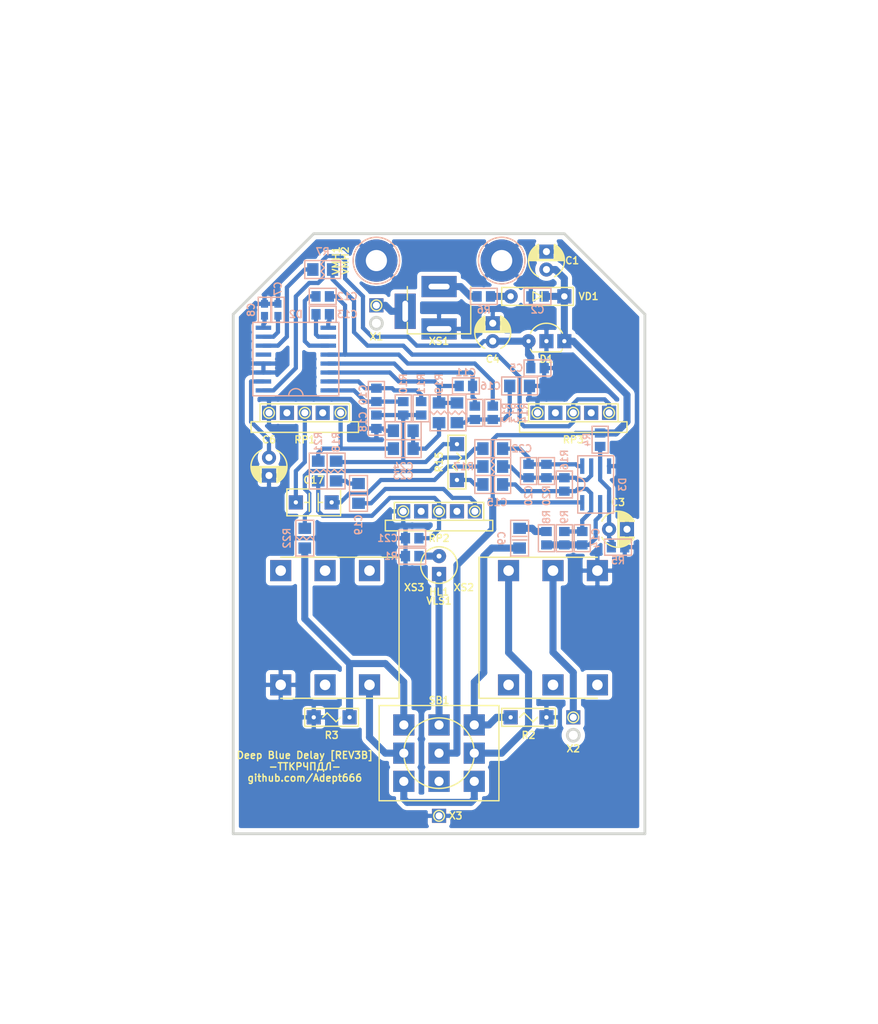
<source format=kicad_pcb>
(kicad_pcb (version 20171130) (host pcbnew 5.1.6-c6e7f7d~87~ubuntu19.10.1)
  (title_block (title "Deep Blue Delay") (date 2022-03-29) (rev 3B) (company "Igor Ivanov") (comment 1 https://github.com/Adept666) (comment 2 "This project is licensed under GNU General Public License v3.0 or later"))
  (layers (0 F.Cu jumper) (31 B.Cu signal) (36 B.SilkS user) (37 F.SilkS user) (38 B.Mask user) (44 Edge.Cuts user))
  (net 0 "")
  (net 1 COM)
  (net 2 "Net-(HL1-PadC)")
  (net 3 /LED)
  (net 4 "Net-(SB1-PadNC1)")
  (net 5 "Net-(SB1-PadNC2)")
  (net 6 "Net-(XS2-PadSN)")
  (net 7 "Net-(XS2-PadTN)")
  (net 8 /IN-SCH)
  (net 9 /IN-CON)
  (net 10 /OUT-SCH)
  (net 11 /OUT-CON)
  (net 12 /PP3-POS)
  (net 13 /PP3-NEG)
  (net 14 "Net-(XS2-PadRN)")
  (net 15 "Net-(XS3-PadTN)")
  (net 16 "Net-(XS3-PadRN)")
  (net 17 "Net-(XS3-PadSN)")
  (net 18 "Net-(XS3-PadR)")
  (net 19 V)
  (net 20 VA)
  (net 21 "Net-(C7-Pad2)")
  (net 22 "Net-(C13-Pad1)")
  (net 23 "Net-(C9-Pad2)")
  (net 24 "Net-(C10-Pad1)")
  (net 25 "Net-(C10-Pad2)")
  (net 26 "Net-(C11-Pad1)")
  (net 27 "Net-(C11-Pad2)")
  (net 28 "Net-(C12-Pad1)")
  (net 29 "Net-(C12-Pad2)")
  (net 30 "Net-(C13-Pad2)")
  (net 31 "Net-(C14-Pad1)")
  (net 32 "Net-(C16-Pad1)")
  (net 33 "Net-(C17-Pad1)")
  (net 34 "Net-(C19-Pad1)")
  (net 35 "Net-(C19-Pad2)")
  (net 36 "Net-(C20-Pad1)")
  (net 37 "Net-(C22-Pad2)")
  (net 38 "Net-(D2-Pad6)")
  (net 39 "Net-(D2-Pad5)")
  (net 40 VB)
  (net 41 "Net-(C6-Pad+)")
  (net 42 "Net-(C8-Pad2)")
  (net 43 "Net-(C14-Pad2)")
  (net 44 "Net-(C15-Pad2)")
  (net 45 "Net-(C18-Pad1)")
  (net 46 "Net-(C20-Pad2)")
  (net 47 "Net-(C21-Pad1)")
  (net 48 "Net-(R6-Pad2)")
  (net 49 "Net-(R6-Pad1)")
  (net 50 "Net-(R7-Pad1)")
  (net 51 "Net-(C17-Pad2)")
  (net 52 "Net-(C23-Pad2)")
  (net 53 "Net-(C23-Pad1)")
  (module SBKCL-TH-SL:RPB-20-1x17-1.5-PNL-7.4-2.8 (layer F.Cu) (at 124.46 108.15)
    (fp_text reference RP3 (at 0 15.04) (layer F.SilkS) (effects (font (thickness 0.2))))
    (fp_text value B50K)
    (pad 3 thru_hole rect (at 5.08 11.23) (size 2 2) (drill 1) (layers B.Cu B.Mask) (net 50 "Net-(R7-Pad1)"))
    (pad NC2 thru_hole rect (at 2.54 11.23) (size 2 2) (drill 1) (layers B.Cu B.Mask))
    (pad 2 thru_hole rect (at 0 11.23) (size 2 2) (drill 1) (layers B.Cu B.Mask) (net 50 "Net-(R7-Pad1)"))
    (pad NC1 thru_hole rect (at -2.54 11.23) (size 2 2) (drill 1) (layers B.Cu B.Mask))
    (pad 1 thru_hole rect (at -5.08 11.23) (size 2 2) (drill 1) (layers B.Cu B.Mask) (net 1 COM))
  )
  (module SBKCL-TH-SL:RPB-20-1x17-1.5-PNL-7.4-2.8 (layer F.Cu) (at 105.41 122.12)
    (fp_text reference RP2 (at 0 15.04) (layer F.SilkS) (effects (font (thickness 0.2))))
    (fp_text value B50K)
    (pad 3 thru_hole rect (at 5.08 11.23) (size 2 2) (drill 1) (layers B.Cu B.Mask) (net 35 "Net-(C19-Pad2)"))
    (pad NC2 thru_hole rect (at 2.54 11.23) (size 2 2) (drill 1) (layers B.Cu B.Mask))
    (pad 2 thru_hole rect (at 0 11.23) (size 2 2) (drill 1) (layers B.Cu B.Mask) (net 47 "Net-(C21-Pad1)"))
    (pad NC1 thru_hole rect (at -2.54 11.23) (size 2 2) (drill 1) (layers B.Cu B.Mask))
    (pad 1 thru_hole rect (at -5.08 11.23) (size 2 2) (drill 1) (layers B.Cu B.Mask) (net 1 COM))
  )
  (module SBKCL-TH-SL:RPB-20-1x17-1.5-PNL-7.4-2.8 (layer F.Cu) (at 86.36 108.15)
    (fp_text reference RP1 (at 0 15.04) (layer F.SilkS) (effects (font (thickness 0.2))))
    (fp_text value B50K)
    (pad 3 thru_hole rect (at 5.08 11.23) (size 2 2) (drill 1) (layers B.Cu B.Mask) (net 53 "Net-(C23-Pad1)"))
    (pad NC2 thru_hole rect (at 2.54 11.23) (size 2 2) (drill 1) (layers B.Cu B.Mask))
    (pad 2 thru_hole rect (at 0 11.23) (size 2 2) (drill 1) (layers B.Cu B.Mask) (net 51 "Net-(C17-Pad2)"))
    (pad NC1 thru_hole rect (at -2.54 11.23) (size 2 2) (drill 1) (layers B.Cu B.Mask))
    (pad 1 thru_hole rect (at -5.08 11.23) (size 2 2) (drill 1) (layers B.Cu B.Mask) (net 1 COM))
  )
  (module SBEL:B013_D1 (layer F.Cu) (at 105.41 148.59)
    (fp_text reference VE1 hide)
    (fp_text value B013 hide)
  )
  (module KCL:R-SM-1206 (layer B.Cu) (at 107.95 119.38 270)
    (fp_text reference R12 (at 0 -6.985 90) (layer B.SilkS) (effects (font (thickness 0.2)) (justify mirror)))
    (fp_text value 203)
    (pad 2 smd rect (at 1.4 0 270) (size 1.6 1.8) (layers B.Cu B.Mask) (net 32 "Net-(C16-Pad1)"))
    (pad 1 smd rect (at -1.4 0 270) (size 1.6 1.8) (layers B.Cu B.Mask) (net 26 "Net-(C11-Pad1)"))
  )
  (module KCL:R-SM-0805 (layer B.Cu) (at 130.81 138.43 180)
    (fp_text reference R5 (at 0 -1.905) (layer B.SilkS) (effects (font (thickness 0.2)) (justify mirror)))
    (fp_text value 103)
    (pad 2 smd rect (at 0.95 0 180) (size 1.3 1.5) (layers B.Cu B.Mask) (net 40 VB))
    (pad 1 smd rect (at -0.95 0 180) (size 1.3 1.5) (layers B.Cu B.Mask) (net 1 COM))
  )
  (module KCL:R-SM-0805 (layer B.Cu) (at 128.27 123.19 90)
    (fp_text reference R4 (at 0 -1.905 90) (layer B.SilkS) (effects (font (thickness 0.2)) (justify mirror)))
    (fp_text value 103)
    (pad 2 smd rect (at 0.95 0 90) (size 1.3 1.5) (layers B.Cu B.Mask) (net 19 V))
    (pad 1 smd rect (at -0.95 0 90) (size 1.3 1.5) (layers B.Cu B.Mask) (net 40 VB))
  )
  (module KCL:R-SM-0805 (layer B.Cu) (at 101.6 139.7)
    (fp_text reference R1 (at -1.905 0) (layer B.SilkS) (effects (font (thickness 0.2)) (justify left mirror)))
    (fp_text value 103)
    (pad 2 smd rect (at 0.95 0) (size 1.3 1.5) (layers B.Cu B.Mask) (net 2 "Net-(HL1-PadC)"))
    (pad 1 smd rect (at -0.95 0) (size 1.3 1.5) (layers B.Cu B.Mask) (net 1 COM))
  )
  (module KCL:R-SM-0805 (layer B.Cu) (at 120.65 137.16 270)
    (fp_text reference R8 (at -1.905 0 90) (layer B.SilkS) (effects (font (thickness 0.2)) (justify right mirror)))
    (fp_text value 184)
    (pad 2 smd rect (at 0.95 0 270) (size 1.3 1.5) (layers B.Cu B.Mask) (net 31 "Net-(C14-Pad1)"))
    (pad 1 smd rect (at -0.95 0 270) (size 1.3 1.5) (layers B.Cu B.Mask) (net 23 "Net-(C9-Pad2)"))
  )
  (module KCL:C-SM-0805 (layer B.Cu) (at 88.9 105.41)
    (fp_text reference C13 (at 1.905 0) (layer B.SilkS) (effects (font (thickness 0.2)) (justify right mirror)))
    (fp_text value 104)
    (pad 1 smd rect (at -0.95 0) (size 1.3 1.5) (layers B.Cu B.Mask) (net 22 "Net-(C13-Pad1)"))
    (pad 2 smd rect (at 0.95 0) (size 1.3 1.5) (layers B.Cu B.Mask) (net 30 "Net-(C13-Pad2)"))
  )
  (module KCL:C-SM-0603 (layer B.Cu) (at 80.645 104.775 270)
    (fp_text reference C8 (at 0 1.905 90) (layer B.SilkS) (effects (font (thickness 0.2)) (justify mirror)))
    (fp_text value 104)
    (pad 2 smd rect (at 0.85 0 270) (size 1.1 1) (layers B.Cu B.Mask) (net 42 "Net-(C8-Pad2)"))
    (pad 1 smd rect (at -0.85 0 270) (size 1.1 1) (layers B.Cu B.Mask) (net 1 COM))
  )
  (module KCL:C-SM-0603 (layer B.Cu) (at 82.55 104.775 270)
    (fp_text reference C7 (at -1.905 0 90) (layer B.SilkS) (effects (font (thickness 0.2)) (justify right mirror)))
    (fp_text value 104)
    (pad 2 smd rect (at 0.85 0 270) (size 1.1 1) (layers B.Cu B.Mask) (net 21 "Net-(C7-Pad2)"))
    (pad 1 smd rect (at -0.85 0 270) (size 1.1 1) (layers B.Cu B.Mask) (net 1 COM))
  )
  (module KCL:R-SM-1206 (layer B.Cu) (at 105.41 119.38 270)
    (fp_text reference R19 (at -2.54 0 90) (layer B.SilkS) (effects (font (thickness 0.2)) (justify right mirror)))
    (fp_text value 102)
    (pad 1 smd rect (at -1.4 0 270) (size 1.6 1.8) (layers B.Cu B.Mask) (net 26 "Net-(C11-Pad1)"))
    (pad 2 smd rect (at 1.4 0 270) (size 1.6 1.8) (layers B.Cu B.Mask) (net 52 "Net-(C23-Pad2)"))
  )
  (module KCL:R-SM-0805 (layer B.Cu) (at 111.76 102.87)
    (fp_text reference R6 (at 0 1.905) (layer B.SilkS) (effects (font (thickness 0.2)) (justify mirror)))
    (fp_text value 330)
    (pad 2 smd rect (at 0.95 0) (size 1.3 1.5) (layers B.Cu B.Mask) (net 48 "Net-(R6-Pad2)"))
    (pad 1 smd rect (at -0.95 0) (size 1.3 1.5) (layers B.Cu B.Mask) (net 49 "Net-(R6-Pad1)"))
  )
  (module KCL:C-SM-0805 (layer B.Cu) (at 119.38 102.87 180)
    (fp_text reference C2 (at 0 -1.905) (layer B.SilkS) (effects (font (thickness 0.2)) (justify mirror)))
    (fp_text value 104)
    (pad 1 smd rect (at -0.95 0 180) (size 1.3 1.5) (layers B.Cu B.Mask) (net 19 V))
    (pad 2 smd rect (at 0.95 0 180) (size 1.3 1.5) (layers B.Cu B.Mask) (net 1 COM))
  )
  (module KCL:C-SM-1206 (layer B.Cu) (at 116.84 137.16 90)
    (fp_text reference C9 (at 0 -2.54 270) (layer B.SilkS) (effects (font (thickness 0.2)) (justify mirror)))
    (fp_text value 223)
    (pad 2 smd rect (at 1.4 0 90) (size 1.6 1.8) (layers B.Cu B.Mask) (net 23 "Net-(C9-Pad2)"))
    (pad 1 smd rect (at -1.4 0 90) (size 1.6 1.8) (layers B.Cu B.Mask) (net 8 /IN-SCH))
  )
  (module KCL:C-SM-1206 (layer B.Cu) (at 93.98 130.81 270)
    (fp_text reference C19 (at 4.445 0 270) (layer B.SilkS) (effects (font (thickness 0.2)) (justify mirror)))
    (fp_text value 223)
    (pad 2 smd rect (at 1.4 0 270) (size 1.6 1.8) (layers B.Cu B.Mask) (net 35 "Net-(C19-Pad2)"))
    (pad 1 smd rect (at -1.4 0 270) (size 1.6 1.8) (layers B.Cu B.Mask) (net 34 "Net-(C19-Pad1)"))
  )
  (module KCL:C-DISK-D04.2-T03.0-P05.08-d0.5 (layer F.Cu) (at 87.63 132.08 180)
    (fp_text reference C17 (at 0 3.175) (layer F.SilkS) (effects (font (thickness 0.2))))
    (fp_text value 105)
    (pad 2 thru_hole rect (at 2.54 0 180) (size 2 2) (drill 0.6) (layers *.Cu *.Mask) (net 51 "Net-(C17-Pad2)"))
    (pad 1 thru_hole rect (at -2.54 0 180) (size 2 2) (drill 0.6) (layers *.Cu *.Mask) (net 33 "Net-(C17-Pad1)"))
  )
  (module KCL:C-SM-1206 (layer B.Cu) (at 113.03 124.46 180)
    (fp_text reference C22 (at -2.54 0) (layer B.SilkS) (effects (font (thickness 0.2)) (justify right mirror)))
    (fp_text value 105)
    (pad 1 smd rect (at -1.4 0 180) (size 1.6 1.8) (layers B.Cu B.Mask) (net 46 "Net-(C20-Pad2)"))
    (pad 2 smd rect (at 1.4 0 180) (size 1.6 1.8) (layers B.Cu B.Mask) (net 37 "Net-(C22-Pad2)"))
  )
  (module KCL:C-SM-1206 (layer B.Cu) (at 100.33 121.92 180)
    (fp_text reference C24 (at 0 -5.08) (layer B.SilkS) (effects (font (thickness 0.2)) (justify mirror)))
    (fp_text value 103)
    (pad 1 smd rect (at -1.4 0 180) (size 1.6 1.8) (layers B.Cu B.Mask) (net 52 "Net-(C23-Pad2)"))
    (pad 2 smd rect (at 1.4 0 180) (size 1.6 1.8) (layers B.Cu B.Mask) (net 1 COM))
  )
  (module KCL:R-MFR-12 (layer F.Cu) (at 107.95 126.365 270)
    (fp_text reference R15 (at 0 2.54 270) (layer F.SilkS) (effects (font (thickness 0.2))))
    (fp_text value 103)
    (pad 2 thru_hole rect (at 2.54 0 270) (size 2 2) (drill 0.6) (layers *.Cu *.Mask) (net 44 "Net-(C15-Pad2)"))
    (pad 1 thru_hole rect (at -2.54 0 270) (size 2 2) (drill 0.6) (layers *.Cu *.Mask) (net 45 "Net-(C18-Pad1)"))
  )
  (module KCL:C-SM-1206 (layer B.Cu) (at 113.03 129.54 180)
    (fp_text reference C15 (at -0.635 -2.54) (layer B.SilkS) (effects (font (thickness 0.2)) (justify mirror)))
    (fp_text value 105)
    (pad 2 smd rect (at 1.4 0 180) (size 1.6 1.8) (layers B.Cu B.Mask) (net 44 "Net-(C15-Pad2)"))
    (pad 1 smd rect (at -1.4 0 180) (size 1.6 1.8) (layers B.Cu B.Mask) (net 43 "Net-(C14-Pad2)"))
  )
  (module KCL:C-SM-1206 (layer B.Cu) (at 100.33 124.46)
    (fp_text reference C23 (at 0 3.81 180) (layer B.SilkS) (effects (font (thickness 0.2)) (justify mirror)))
    (fp_text value 105)
    (pad 1 smd rect (at -1.4 0) (size 1.6 1.8) (layers B.Cu B.Mask) (net 53 "Net-(C23-Pad1)"))
    (pad 2 smd rect (at 1.4 0) (size 1.6 1.8) (layers B.Cu B.Mask) (net 52 "Net-(C23-Pad2)"))
  )
  (module KCL:C-SM-1206 (layer B.Cu) (at 116.84 115.57)
    (fp_text reference C16 (at -2.54 0) (layer B.SilkS) (effects (font (thickness 0.2)) (justify left mirror)))
    (fp_text value 153)
    (pad 2 smd rect (at 1.4 0) (size 1.6 1.8) (layers B.Cu B.Mask) (net 1 COM))
    (pad 1 smd rect (at -1.4 0) (size 1.6 1.8) (layers B.Cu B.Mask) (net 32 "Net-(C16-Pad1)"))
  )
  (module KCL:C-SM-0805 (layer B.Cu) (at 96.52 120.65 270)
    (fp_text reference C18 (at 0 1.905 90) (layer B.SilkS) (effects (font (thickness 0.2)) (justify mirror)))
    (fp_text value 472)
    (pad 2 smd rect (at 0.95 0 270) (size 1.3 1.5) (layers B.Cu B.Mask) (net 1 COM))
    (pad 1 smd rect (at -0.95 0 270) (size 1.3 1.5) (layers B.Cu B.Mask) (net 45 "Net-(C18-Pad1)"))
  )
  (module KCL:R-SM-0805 (layer B.Cu) (at 123.19 129.54 90)
    (fp_text reference R16 (at 1.905 0 90) (layer B.SilkS) (effects (font (thickness 0.2)) (justify right mirror)))
    (fp_text value 223)
    (pad 2 smd rect (at 0.95 0 90) (size 1.3 1.5) (layers B.Cu B.Mask) (net 36 "Net-(C20-Pad1)"))
    (pad 1 smd rect (at -0.95 0 90) (size 1.3 1.5) (layers B.Cu B.Mask) (net 43 "Net-(C14-Pad2)"))
  )
  (module KCL:R-SM-0805 (layer B.Cu) (at 120.65 127.635 90)
    (fp_text reference R20 (at -1.905 0 90) (layer B.SilkS) (effects (font (thickness 0.2)) (justify left mirror)))
    (fp_text value 123)
    (pad 2 smd rect (at 0.95 0 90) (size 1.3 1.5) (layers B.Cu B.Mask) (net 46 "Net-(C20-Pad2)"))
    (pad 1 smd rect (at -0.95 0 90) (size 1.3 1.5) (layers B.Cu B.Mask) (net 36 "Net-(C20-Pad1)"))
  )
  (module KCL:R-SM-0805 (layer B.Cu) (at 123.19 137.16 90)
    (fp_text reference R9 (at 1.905 0 90) (layer B.SilkS) (effects (font (thickness 0.2)) (justify right mirror)))
    (fp_text value 364)
    (pad 2 smd rect (at 0.95 0 90) (size 1.3 1.5) (layers B.Cu B.Mask) (net 43 "Net-(C14-Pad2)"))
    (pad 1 smd rect (at -0.95 0 90) (size 1.3 1.5) (layers B.Cu B.Mask) (net 31 "Net-(C14-Pad1)"))
  )
  (module KCL:C-SM-0805 (layer B.Cu) (at 118.11 127.635 90)
    (fp_text reference C20 (at -1.905 0 90) (layer B.SilkS) (effects (font (thickness 0.2)) (justify left mirror)))
    (fp_text value 101)
    (pad 1 smd rect (at -0.95 0 90) (size 1.3 1.5) (layers B.Cu B.Mask) (net 36 "Net-(C20-Pad1)"))
    (pad 2 smd rect (at 0.95 0 90) (size 1.3 1.5) (layers B.Cu B.Mask) (net 46 "Net-(C20-Pad2)"))
  )
  (module KCL:C-SM-0805 (layer B.Cu) (at 125.73 137.16 90)
    (fp_text reference C14 (at 0 1.905 90) (layer B.SilkS) (effects (font (thickness 0.2)) (justify mirror)))
    (fp_text value 470)
    (pad 1 smd rect (at -0.95 0 90) (size 1.3 1.5) (layers B.Cu B.Mask) (net 31 "Net-(C14-Pad1)"))
    (pad 2 smd rect (at 0.95 0 90) (size 1.3 1.5) (layers B.Cu B.Mask) (net 43 "Net-(C14-Pad2)"))
  )
  (module KCL:C-SM-0805 (layer B.Cu) (at 119.38 113.03)
    (fp_text reference C5 (at -1.905 0) (layer B.SilkS) (effects (font (thickness 0.2)) (justify left mirror)))
    (fp_text value 104)
    (pad 1 smd rect (at -0.95 0) (size 1.3 1.5) (layers B.Cu B.Mask) (net 20 VA))
    (pad 2 smd rect (at 0.95 0) (size 1.3 1.5) (layers B.Cu B.Mask) (net 1 COM))
  )
  (module KCL:R-SM-0805 (layer B.Cu) (at 113.03 119.38 270)
    (fp_text reference R14 (at 0 -4.445 90) (layer B.SilkS) (effects (font (thickness 0.2)) (justify mirror)))
    (fp_text value 103)
    (pad 2 smd rect (at 0.95 0 270) (size 1.3 1.5) (layers B.Cu B.Mask) (net 32 "Net-(C16-Pad1)"))
    (pad 1 smd rect (at -0.95 0 270) (size 1.3 1.5) (layers B.Cu B.Mask) (net 28 "Net-(C12-Pad1)"))
  )
  (module KCL:R-SM-0805 (layer B.Cu) (at 110.49 119.38 270)
    (fp_text reference R13 (at 0 -5.715 90) (layer B.SilkS) (effects (font (thickness 0.2)) (justify mirror)))
    (fp_text value 103)
    (pad 2 smd rect (at 0.95 0 270) (size 1.3 1.5) (layers B.Cu B.Mask) (net 32 "Net-(C16-Pad1)"))
    (pad 1 smd rect (at -0.95 0 270) (size 1.3 1.5) (layers B.Cu B.Mask) (net 27 "Net-(C11-Pad2)"))
  )
  (module KCL:R-SM-0805 (layer B.Cu) (at 102.87 118.745 270)
    (fp_text reference R11 (at -1.905 0 90) (layer B.SilkS) (effects (font (thickness 0.2)) (justify right mirror)))
    (fp_text value 103)
    (pad 1 smd rect (at -0.95 0 270) (size 1.3 1.5) (layers B.Cu B.Mask) (net 25 "Net-(C10-Pad2)"))
    (pad 2 smd rect (at 0.95 0 270) (size 1.3 1.5) (layers B.Cu B.Mask) (net 45 "Net-(C18-Pad1)"))
  )
  (module KCL:R-SM-0805 (layer B.Cu) (at 100.33 118.745 270)
    (fp_text reference R10 (at -1.905 0 90) (layer B.SilkS) (effects (font (thickness 0.2)) (justify right mirror)))
    (fp_text value 103)
    (pad 1 smd rect (at -0.95 0 270) (size 1.3 1.5) (layers B.Cu B.Mask) (net 24 "Net-(C10-Pad1)"))
    (pad 2 smd rect (at 0.95 0 270) (size 1.3 1.5) (layers B.Cu B.Mask) (net 45 "Net-(C18-Pad1)"))
  )
  (module KCL:C-SM-0805 (layer B.Cu) (at 101.6 137.16 180)
    (fp_text reference C21 (at 1.905 0) (layer B.SilkS) (effects (font (thickness 0.2)) (justify left mirror)))
    (fp_text value 473)
    (pad 1 smd rect (at -0.95 0 180) (size 1.3 1.5) (layers B.Cu B.Mask) (net 47 "Net-(C21-Pad1)"))
    (pad 2 smd rect (at 0.95 0 180) (size 1.3 1.5) (layers B.Cu B.Mask) (net 1 COM))
  )
  (module KCL:CP-RADIAL-D05.0-P02.0-CLS (layer F.Cu) (at 130.81 135.89)
    (fp_text reference C3 (at 0 -3.81) (layer F.SilkS) (effects (font (thickness 0.2))))
    (fp_text value 476)
    (pad + thru_hole circle (at -1.27 0) (size 2 2) (drill 1) (layers B.Cu B.Mask) (net 40 VB))
    (pad - thru_hole rect (at 1.27 0) (size 2 2) (drill 1) (layers B.Cu B.Mask) (net 1 COM))
  )
  (module KCL:C-SM-0805 (layer B.Cu) (at 109.22 115.57)
    (fp_text reference C11 (at 0 -1.905) (layer B.SilkS) (effects (font (thickness 0.2)) (justify mirror)))
    (fp_text value 222)
    (pad 1 smd rect (at -0.95 0) (size 1.3 1.5) (layers B.Cu B.Mask) (net 26 "Net-(C11-Pad1)"))
    (pad 2 smd rect (at 0.95 0) (size 1.3 1.5) (layers B.Cu B.Mask) (net 27 "Net-(C11-Pad2)"))
  )
  (module KCL:C-SM-0805 (layer B.Cu) (at 96.52 116.84 90)
    (fp_text reference C10 (at 0 -1.905 90) (layer B.SilkS) (effects (font (thickness 0.2)) (justify mirror)))
    (fp_text value 222)
    (pad 1 smd rect (at -0.95 0 90) (size 1.3 1.5) (layers B.Cu B.Mask) (net 24 "Net-(C10-Pad1)"))
    (pad 2 smd rect (at 0.95 0 90) (size 1.3 1.5) (layers B.Cu B.Mask) (net 25 "Net-(C10-Pad2)"))
  )
  (module KCL:C-SM-0805 (layer B.Cu) (at 88.9 102.87 180)
    (fp_text reference C12 (at -1.905 0) (layer B.SilkS) (effects (font (thickness 0.2)) (justify right mirror)))
    (fp_text value 104)
    (pad 1 smd rect (at -0.95 0 180) (size 1.3 1.5) (layers B.Cu B.Mask) (net 28 "Net-(C12-Pad1)"))
    (pad 2 smd rect (at 0.95 0 180) (size 1.3 1.5) (layers B.Cu B.Mask) (net 29 "Net-(C12-Pad2)"))
  )
  (module KCL:CP-RADIAL-D05.0-P02.0-CLS (layer F.Cu) (at 113.03 107.95 90)
    (fp_text reference C4 (at -3.81 0 180) (layer F.SilkS) (effects (font (thickness 0.2))))
    (fp_text value 476)
    (pad + thru_hole circle (at -1.27 0 90) (size 2 2) (drill 1) (layers B.Cu B.Mask) (net 20 VA))
    (pad - thru_hole rect (at 1.27 0 90) (size 2 2) (drill 1) (layers B.Cu B.Mask) (net 1 COM))
  )
  (module KCL:CP-RADIAL-D05.0-P02.0-CLS (layer F.Cu) (at 81.28 127 270)
    (fp_text reference C6 (at -3.81 0) (layer F.SilkS) (effects (font (thickness 0.2))))
    (fp_text value 476)
    (pad + thru_hole circle (at -1.27 0 270) (size 2 2) (drill 1) (layers B.Cu B.Mask) (net 41 "Net-(C6-Pad+)"))
    (pad - thru_hole rect (at 1.27 0 270) (size 2 2) (drill 1) (layers B.Cu B.Mask) (net 1 COM))
  )
  (module KCL:P-SO-16W (layer B.Cu) (at 85.09 111.76)
    (fp_text reference D2 (at 0 -6.35) (layer B.SilkS) (effects (font (thickness 0.2)) (justify mirror)))
    (fp_text value 8970)
    (pad 9 smd rect (at 4.6 -4.445) (size 2.2 0.6) (layers B.Cu B.Mask) (net 30 "Net-(C13-Pad2)"))
    (pad 10 smd rect (at 4.6 -3.175) (size 2.2 0.6) (layers B.Cu B.Mask) (net 22 "Net-(C13-Pad1)"))
    (pad 11 smd rect (at 4.6 -1.905) (size 2.2 0.6) (layers B.Cu B.Mask) (net 29 "Net-(C12-Pad2)"))
    (pad 12 smd rect (at 4.6 -0.635) (size 2.2 0.6) (layers B.Cu B.Mask) (net 28 "Net-(C12-Pad1)"))
    (pad 8 smd rect (at -4.6 -4.445) (size 2.2 0.6) (layers B.Cu B.Mask) (net 42 "Net-(C8-Pad2)"))
    (pad 7 smd rect (at -4.6 -3.175) (size 2.2 0.6) (layers B.Cu B.Mask) (net 21 "Net-(C7-Pad2)"))
    (pad 6 smd rect (at -4.6 -1.905) (size 2.2 0.6) (layers B.Cu B.Mask) (net 38 "Net-(D2-Pad6)"))
    (pad 5 smd rect (at -4.6 -0.635) (size 2.2 0.6) (layers B.Cu B.Mask) (net 39 "Net-(D2-Pad5)"))
    (pad 16 smd rect (at 4.6 4.445) (size 2.2 0.6) (layers B.Cu B.Mask) (net 24 "Net-(C10-Pad1)"))
    (pad 15 smd rect (at 4.6 3.175) (size 2.2 0.6) (layers B.Cu B.Mask) (net 25 "Net-(C10-Pad2)"))
    (pad 14 smd rect (at 4.6 1.905) (size 2.2 0.6) (layers B.Cu B.Mask) (net 26 "Net-(C11-Pad1)"))
    (pad 13 smd rect (at 4.6 0.635) (size 2.2 0.6) (layers B.Cu B.Mask) (net 27 "Net-(C11-Pad2)"))
    (pad 4 smd rect (at -4.6 0.635) (size 2.2 0.6) (layers B.Cu B.Mask) (net 1 COM))
    (pad 3 smd rect (at -4.6 1.905) (size 2.2 0.6) (layers B.Cu B.Mask) (net 1 COM))
    (pad 2 smd rect (at -4.6 3.175) (size 2.2 0.6) (layers B.Cu B.Mask) (net 41 "Net-(C6-Pad+)"))
    (pad 1 smd rect (at -4.6 4.445) (size 2.2 0.6) (layers B.Cu B.Mask) (net 20 VA))
  )
  (module KCL:P-SO-08 (layer B.Cu) (at 127.635 129.54 270)
    (fp_text reference D3 (at 0 -3.81 270) (layer B.SilkS) (effects (font (thickness 0.2)) (justify mirror)))
    (fp_text value 5532)
    (pad 8 smd rect (at 2.6 1.905 270) (size 2.2 0.6) (layers B.Cu B.Mask) (net 19 V))
    (pad 7 smd rect (at 2.6 0.635 270) (size 2.2 0.6) (layers B.Cu B.Mask) (net 43 "Net-(C14-Pad2)"))
    (pad 6 smd rect (at 2.6 -0.635 270) (size 2.2 0.6) (layers B.Cu B.Mask) (net 31 "Net-(C14-Pad1)"))
    (pad 5 smd rect (at 2.6 -1.905 270) (size 2.2 0.6) (layers B.Cu B.Mask) (net 40 VB))
    (pad 4 smd rect (at -2.6 -1.905 270) (size 2.2 0.6) (layers B.Cu B.Mask) (net 1 COM))
    (pad 3 smd rect (at -2.6 -0.635 270) (size 2.2 0.6) (layers B.Cu B.Mask) (net 40 VB))
    (pad 2 smd rect (at -2.6 0.635 270) (size 2.2 0.6) (layers B.Cu B.Mask) (net 36 "Net-(C20-Pad1)"))
    (pad 1 smd rect (at -2.6 1.905 270) (size 2.2 0.6) (layers B.Cu B.Mask) (net 46 "Net-(C20-Pad2)"))
  )
  (module KCL:R-SM-1206 (layer B.Cu) (at 88.9 99.06 180)
    (fp_text reference R7 (at 0 2.54) (layer B.SilkS) (effects (font (thickness 0.2)) (justify mirror)))
    (fp_text value 272)
    (pad 2 smd rect (at 1.4 0 180) (size 1.6 1.8) (layers B.Cu B.Mask) (net 38 "Net-(D2-Pad6)"))
    (pad 1 smd rect (at -1.4 0 180) (size 1.6 1.8) (layers B.Cu B.Mask) (net 50 "Net-(R7-Pad1)"))
  )
  (module KCL:R-SM-1206 (layer B.Cu) (at 86.36 137.16 270)
    (fp_text reference R22 (at 0 2.54 90) (layer B.SilkS) (effects (font (thickness 0.2)) (justify mirror)))
    (fp_text value 102)
    (pad 1 smd rect (at -1.4 0 270) (size 1.6 1.8) (layers B.Cu B.Mask) (net 37 "Net-(C22-Pad2)"))
    (pad 2 smd rect (at 1.4 0 270) (size 1.6 1.8) (layers B.Cu B.Mask) (net 10 /OUT-SCH))
  )
  (module KCL:R-SM-1206 (layer B.Cu) (at 90.805 127.635 90)
    (fp_text reference R18 (at 2.54 0 90) (layer B.SilkS) (effects (font (thickness 0.2)) (justify right mirror)))
    (fp_text value 512)
    (pad 1 smd rect (at -1.4 0 90) (size 1.6 1.8) (layers B.Cu B.Mask) (net 34 "Net-(C19-Pad1)"))
    (pad 2 smd rect (at 1.4 0 90) (size 1.6 1.8) (layers B.Cu B.Mask) (net 45 "Net-(C18-Pad1)"))
  )
  (module KCL:R-SM-1206 (layer B.Cu) (at 88.265 127.635 90)
    (fp_text reference R21 (at 2.54 0 90) (layer B.SilkS) (effects (font (thickness 0.2)) (justify right mirror)))
    (fp_text value 202)
    (pad 1 smd rect (at -1.4 0 90) (size 1.6 1.8) (layers B.Cu B.Mask) (net 47 "Net-(C21-Pad1)"))
    (pad 2 smd rect (at 1.4 0 90) (size 1.6 1.8) (layers B.Cu B.Mask) (net 53 "Net-(C23-Pad1)"))
  )
  (module KCL:R-SM-1206 (layer B.Cu) (at 113.03 127)
    (fp_text reference R17 (at -2.54 0) (layer B.SilkS) (effects (font (thickness 0.2)) (justify left mirror)))
    (fp_text value 203)
    (pad 1 smd rect (at -1.4 0) (size 1.6 1.8) (layers B.Cu B.Mask) (net 33 "Net-(C17-Pad1)"))
    (pad 2 smd rect (at 1.4 0) (size 1.6 1.8) (layers B.Cu B.Mask) (net 36 "Net-(C20-Pad1)"))
  )
  (module KCL:R-MFR-12 (layer F.Cu) (at 118.11 162.56 180)
    (fp_text reference R2 (at 0 -2.54) (layer F.SilkS) (effects (font (thickness 0.2))))
    (fp_text value 105)
    (pad 1 thru_hole rect (at -2.54 0 180) (size 2 2) (drill 0.6) (layers *.Cu *.Mask) (net 1 COM))
    (pad 2 thru_hole rect (at 2.54 0 180) (size 2 2) (drill 0.6) (layers *.Cu *.Mask) (net 8 /IN-SCH))
  )
  (module KCL:P-TO-92-OUT-GND-IN (layer F.Cu) (at 120.65 109.22)
    (fp_text reference D1 (at 0 2.54) (layer F.SilkS) (effects (font (thickness 0.2))))
    (fp_text value 78L05)
    (pad IN thru_hole rect (at 2.54 0) (size 2 2) (drill 0.6) (layers *.Cu *.Mask) (net 19 V))
    (pad GND thru_hole rect (at 0 0) (size 2 2) (drill 0.6) (layers *.Cu *.Mask) (net 1 COM))
    (pad OUT thru_hole circle (at -2.54 0) (size 2 2) (drill 0.6) (layers *.Cu *.Mask) (net 20 VA))
  )
  (module KCL:CON-PJ-644C (layer F.Cu) (at 78.74 149.86 270)
    (fp_text reference XS3 (at -5.715 -21.59) (layer F.SilkS) (effects (font (thickness 0.2)) (justify left)))
    (fp_text value PJ-644C)
    (pad TN thru_hole rect (at -8.1 -16.8 270) (size 3 3) (drill 1.5) (layers B.Cu B.Mask) (net 15 "Net-(XS3-PadTN)"))
    (pad RN thru_hole rect (at -8.1 -10.5 270) (size 3 3) (drill 1.5) (layers B.Cu B.Mask) (net 16 "Net-(XS3-PadRN)"))
    (pad SN thru_hole rect (at -8.1 -4.2 270) (size 3 3) (drill 1.5) (layers B.Cu B.Mask) (net 17 "Net-(XS3-PadSN)"))
    (pad T thru_hole rect (at 8.1 -16.8 270) (size 3 3) (drill 1.5) (layers B.Cu B.Mask) (net 11 /OUT-CON))
    (pad R thru_hole rect (at 8.1 -10.5 270) (size 3 3) (drill 1.5) (layers B.Cu B.Mask) (net 18 "Net-(XS3-PadR)"))
    (pad S thru_hole rect (at 8.1 -4.2 270) (size 3 3) (drill 1.5) (layers B.Cu B.Mask) (net 1 COM))
  )
  (module KCL:CON-PJ-644C (layer F.Cu) (at 132.08 149.86 90)
    (fp_text reference XS2 (at 5.715 -21.59 180) (layer F.SilkS) (effects (font (thickness 0.2)) (justify right)))
    (fp_text value PJ-644C)
    (pad TN thru_hole rect (at -8.1 -16.8 90) (size 3 3) (drill 1.5) (layers B.Cu B.Mask) (net 7 "Net-(XS2-PadTN)"))
    (pad RN thru_hole rect (at -8.1 -10.5 90) (size 3 3) (drill 1.5) (layers B.Cu B.Mask) (net 14 "Net-(XS2-PadRN)"))
    (pad SN thru_hole rect (at -8.1 -4.2 90) (size 3 3) (drill 1.5) (layers B.Cu B.Mask) (net 6 "Net-(XS2-PadSN)"))
    (pad T thru_hole rect (at 8.1 -16.8 90) (size 3 3) (drill 1.5) (layers B.Cu B.Mask) (net 9 /IN-CON))
    (pad R thru_hole rect (at 8.1 -10.5 90) (size 3 3) (drill 1.5) (layers B.Cu B.Mask) (net 13 /PP3-NEG))
    (pad S thru_hole rect (at 8.1 -4.2 90) (size 3 3) (drill 1.5) (layers B.Cu B.Mask) (net 1 COM))
  )
  (module KCL:CON-DC-005 (layer F.Cu) (at 105.41 93.98 180)
    (fp_text reference XS1 (at 0 -15.24) (layer F.SilkS) (effects (font (thickness 0.2))))
    (fp_text value DC-005)
    (pad C thru_hole rect (at 0 -13.5 180) (size 5 3) (drill oval 3.5 0.8) (layers B.Cu B.Mask) (net 1 COM))
    (pad SN thru_hole rect (at 4.8 -11 180) (size 3 5) (drill oval 0.8 3) (layers B.Cu B.Mask) (net 12 /PP3-POS))
    (pad S thru_hole rect (at 0 -7.5 180) (size 5 3) (drill oval 3 0.8) (layers B.Cu B.Mask) (net 49 "Net-(R6-Pad1)"))
  )
  (module KCL:VMH-STA-DA5 (layer F.Cu) (at 114.3 97.79)
    (fp_text reference VMH2 (at -22.225 0 90) (layer F.SilkS) (effects (font (thickness 0.2))))
    (fp_text value DI5M3x20)
    (pad 0 thru_hole circle (at 0 0) (size 6 6) (drill 3) (layers *.Cu *.Mask) (net 1 COM))
  )
  (module KCL:VMH-STA-DA5 (layer F.Cu) (at 96.52 97.79)
    (fp_text reference VMH1 (at -5.715 0 90) (layer F.SilkS) (effects (font (thickness 0.2))))
    (fp_text value DI5M3x20)
    (pad 0 thru_hole circle (at 0 0) (size 6 6) (drill 3) (layers *.Cu *.Mask) (net 1 COM))
  )
  (module KCL:R-MFR-12 (layer F.Cu) (at 90.17 162.56)
    (fp_text reference R3 (at 0 2.54) (layer F.SilkS) (effects (font (thickness 0.2))))
    (fp_text value 104)
    (pad 1 thru_hole rect (at -2.54 0) (size 2 2) (drill 0.6) (layers *.Cu *.Mask) (net 1 COM))
    (pad 2 thru_hole rect (at 2.54 0) (size 2 2) (drill 0.6) (layers *.Cu *.Mask) (net 10 /OUT-SCH))
  )
  (module KCL:P-DO-41 (layer F.Cu) (at 119.38 102.87)
    (fp_text reference VD1 (at 5.715 0 180) (layer F.SilkS) (effects (font (thickness 0.2)) (justify left)))
    (fp_text value 5817)
    (pad A thru_hole circle (at -3.81 0) (size 2 2) (drill 0.9) (layers *.Cu *.Mask) (net 48 "Net-(R6-Pad2)"))
    (pad C thru_hole rect (at 3.81 0) (size 2 2) (drill 0.9) (layers *.Cu *.Mask) (net 19 V))
  )
  (module KCL:CP-RADIAL-D05.0-P02.0-CLS (layer F.Cu) (at 120.65 97.79 90)
    (fp_text reference C1 (at 0 2.54 180) (layer F.SilkS) (effects (font (thickness 0.2)) (justify left)))
    (fp_text value 107)
    (pad + thru_hole circle (at -1.27 0 90) (size 2 2) (drill 1) (layers B.Cu B.Mask) (net 19 V))
    (pad - thru_hole rect (at 1.27 0 90) (size 2 2) (drill 1) (layers B.Cu B.Mask) (net 1 COM))
  )
  (module KCL:CON-PAD-S-1.0-2.0 (layer F.Cu) (at 105.41 176.53)
    (fp_text reference X3 (at 1.27 0) (layer F.SilkS) (effects (font (thickness 0.2)) (justify left)))
    (fp_text value COM)
    (pad 1 thru_hole rect (at 0 0) (size 2 2) (drill 1) (layers B.Cu B.Mask) (net 1 COM))
  )
  (module KCL:B-PP3-HV (layer F.Cu) (at 105.41 187.96)
    (fp_text reference GB1 hide)
    (fp_text value PP3 hide)
  )
  (module KCL:CON-PAD-S-1.0-2.0 (layer F.Cu) (at 124.46 162.56)
    (fp_text reference X2 (at 0 4.445) (layer F.SilkS) (effects (font (thickness 0.2))))
    (fp_text value - hide)
    (pad 1 thru_hole rect (at 0 0) (size 2 2) (drill 1) (layers B.Cu B.Mask) (net 13 /PP3-NEG))
  )
  (module KCL:VLS-BR (layer F.Cu) (at 105.41 140.97)
    (fp_text reference VLS1 (at 0 5.08) (layer F.SilkS) (effects (font (thickness 0.2))))
    (fp_text value BR-17.8)
  )
  (module KCL:LED-ROUND-05.0-UNI-SH-SPACER (layer F.Cu) (at 105.41 140.97 270)
    (fp_text reference HL1 (at 3.81 0 180) (layer F.SilkS) (effects (font (thickness 0.2))))
    (fp_text value FYL-5013UWC)
    (pad C thru_hole circle (at -1.27 0 270) (size 2 2) (drill 0.7) (layers B.Cu B.Mask) (net 2 "Net-(HL1-PadC)"))
    (pad A thru_hole rect (at 1.27 0 270) (size 2 2) (drill 0.7) (layers B.Cu B.Mask) (net 3 /LED))
  )
  (module KCL:CON-PAD-S-1.0-2.0 (layer F.Cu) (at 96.52 104.14)
    (fp_text reference X1 (at 0 4.445) (layer F.SilkS) (effects (font (thickness 0.2))))
    (fp_text value +)
    (pad 1 thru_hole rect (at 0 0) (size 2 2) (drill 1) (layers B.Cu B.Mask) (net 12 /PP3-POS))
  )
  (module KCL:SW-PBS-24-302SP (layer F.Cu) (at 105.41 167.64)
    (fp_text reference SB1 (at 0 -7.493) (layer F.SilkS) (effects (font (thickness 0.2))))
    (fp_text value PBS-24-302SP)
    (pad COM3 thru_hole rect (at 5 0) (size 3 3) (drill 1.3) (layers B.Cu B.Mask) (net 9 /IN-CON))
    (pad NC3 thru_hole rect (at 5 4) (size 3 3) (drill 1.3) (layers B.Cu B.Mask) (net 4 "Net-(SB1-PadNC1)"))
    (pad NO3 thru_hole rect (at 5 -4) (size 3 3) (drill 1.3) (layers B.Cu B.Mask) (net 8 /IN-SCH))
    (pad COM2 thru_hole rect (at 0 0) (size 3 3) (drill 1.3) (layers B.Cu B.Mask) (net 19 V))
    (pad NC2 thru_hole rect (at 0 4) (size 3 3) (drill 1.3) (layers B.Cu B.Mask) (net 5 "Net-(SB1-PadNC2)"))
    (pad NO2 thru_hole rect (at 0 -4) (size 3 3) (drill 1.3) (layers B.Cu B.Mask) (net 3 /LED))
    (pad NO1 thru_hole rect (at -5 -4) (size 3 3) (drill 1.3) (layers B.Cu B.Mask) (net 10 /OUT-SCH))
    (pad COM1 thru_hole rect (at -5 0) (size 3 3) (drill 1.3) (layers B.Cu B.Mask) (net 11 /OUT-CON))
    (pad NC1 thru_hole rect (at -5 4) (size 3 3) (drill 1.3) (layers B.Cu B.Mask) (net 4 "Net-(SB1-PadNC1)"))
  )
  (gr_circle (center 124.46 165.1) (end 125.31 165.1) (layer Edge.Cuts) (width 0.4))
  (gr_circle (center 96.52 106.68) (end 97.37 106.68) (layer Edge.Cuts) (width 0.4))
  (gr_text "Deep Blue Delay [REV3B]\n-ТТКРЧПДЛ-\ngithub.com/Adept666" (at 86.36 169.545) (layer F.SilkS) (effects (font (size 1 1) (thickness 0.2))))
  (gr_line (start 123.19 93.98) (end 134.62 105.41) (layer Edge.Cuts) (width 0.4))
  (gr_line (start 76.2 105.41) (end 87.63 93.98) (layer Edge.Cuts) (width 0.4))
  (gr_line (start 134.62 105.41) (end 134.62 179.07) (layer Edge.Cuts) (width 0.4))
  (gr_line (start 76.2 105.41) (end 76.2 179.07) (layer Edge.Cuts) (width 0.4))
  (gr_line (start 76.2 179.07) (end 134.62 179.07) (layer Edge.Cuts) (width 0.4))
  (gr_line (start 87.63 93.98) (end 123.19 93.98) (layer Edge.Cuts) (width 0.4))
  (segment (start 83.82 137.16) (end 88.9 137.16) (width 0.6) (layer B.Cu) (net 1))
  (segment (start 96.52 121.6) (end 97.47 121.6) (width 0.6) (layer B.Cu) (net 1))
  (segment (start 97.79 121.92) (end 97.47 121.6) (width 0.6) (layer B.Cu) (net 1))
  (segment (start 98.93 121.92) (end 97.79 121.92) (width 0.6) (layer B.Cu) (net 1))
  (segment (start 132.08 135.89) (end 132.08 137.16) (width 0.6) (layer B.Cu) (net 1))
  (segment (start 131.76 137.48) (end 132.08 137.16) (width 0.6) (layer B.Cu) (net 1))
  (segment (start 131.76 138.43) (end 131.76 137.48) (width 0.6) (layer B.Cu) (net 1))
  (segment (start 102.55 139.7) (end 105.41 139.7) (width 1) (layer B.Cu) (net 2))
  (segment (start 105.41 163.64) (end 105.41 142.24) (width 1) (layer B.Cu) (net 3))
  (segment (start 110.41 174.14) (end 110.41 171.64) (width 1) (layer B.Cu) (net 4))
  (segment (start 109.925 174.625) (end 110.41 174.14) (width 1) (layer B.Cu) (net 4))
  (segment (start 100.895 174.625) (end 109.925 174.625) (width 1) (layer B.Cu) (net 4))
  (segment (start 100.41 174.14) (end 100.895 174.625) (width 1) (layer B.Cu) (net 4))
  (segment (start 100.41 171.64) (end 100.41 174.14) (width 1) (layer B.Cu) (net 4))
  (segment (start 110.41 163.64) (end 110.41 157.56) (width 1) (layer B.Cu) (net 8))
  (segment (start 111.76 156.21) (end 111.76 139.7) (width 1) (layer B.Cu) (net 8))
  (segment (start 110.41 157.56) (end 111.76 156.21) (width 1) (layer B.Cu) (net 8))
  (segment (start 113.57 162.56) (end 115.57 162.56) (width 1) (layer B.Cu) (net 8))
  (segment (start 110.41 163.64) (end 112.49 163.64) (width 1) (layer B.Cu) (net 8))
  (segment (start 112.49 163.64) (end 113.57 162.56) (width 1) (layer B.Cu) (net 8))
  (segment (start 112.9 138.56) (end 111.76 139.7) (width 1) (layer B.Cu) (net 8))
  (segment (start 116.84 138.56) (end 112.9 138.56) (width 1) (layer B.Cu) (net 8))
  (segment (start 114.3 167.64) (end 111.68 167.64) (width 1) (layer B.Cu) (net 9))
  (segment (start 118.11 163.83) (end 114.3 167.64) (width 1) (layer B.Cu) (net 9))
  (segment (start 118.11 156.21) (end 118.11 163.83) (width 1) (layer B.Cu) (net 9))
  (segment (start 115.28 153.38) (end 118.11 156.21) (width 1) (layer B.Cu) (net 9))
  (segment (start 115.28 141.76) (end 115.28 153.38) (width 1) (layer B.Cu) (net 9))
  (segment (start 100.41 163.64) (end 100.41 157.56) (width 1) (layer B.Cu) (net 10))
  (segment (start 100.41 157.56) (end 97.79 154.94) (width 1) (layer B.Cu) (net 10))
  (segment (start 97.79 154.94) (end 92.71 154.94) (width 1) (layer B.Cu) (net 10))
  (segment (start 86.36 148.59) (end 92.71 154.94) (width 1) (layer B.Cu) (net 10))
  (segment (start 86.36 138.56) (end 86.36 148.59) (width 1) (layer B.Cu) (net 10))
  (segment (start 92.71 154.94) (end 92.71 162.56) (width 1) (layer B.Cu) (net 10))
  (segment (start 100.41 167.64) (end 97.79 167.64) (width 1) (layer B.Cu) (net 11))
  (segment (start 95.54 165.39) (end 97.79 167.64) (width 1) (layer B.Cu) (net 11))
  (segment (start 95.54 157.96) (end 95.54 165.39) (width 1) (layer B.Cu) (net 11))
  (segment (start 96.52 104.14) (end 97.79 104.14) (width 1) (layer B.Cu) (net 12))
  (segment (start 98.63 104.98) (end 97.79 104.14) (width 1) (layer B.Cu) (net 12))
  (segment (start 100.61 104.98) (end 98.63 104.98) (width 1) (layer B.Cu) (net 12))
  (segment (start 124.46 162.56) (end 124.46 156.21) (width 1) (layer B.Cu) (net 13))
  (segment (start 121.58 153.33) (end 124.46 156.21) (width 1) (layer B.Cu) (net 13))
  (segment (start 121.58 141.76) (end 121.58 153.33) (width 1) (layer B.Cu) (net 13))
  (segment (start 113.03 132.08) (end 113.03 132.08) (width 1.5) (layer B.Cu) (net 19))
  (segment (start 120.33 102.87) (end 123.19 102.87) (width 1) (layer B.Cu) (net 19))
  (segment (start 121.92 99.06) (end 123.19 100.33) (width 1) (layer B.Cu) (net 19))
  (segment (start 123.19 100.33) (end 123.19 102.87) (width 1) (layer B.Cu) (net 19))
  (segment (start 120.65 99.06) (end 121.92 99.06) (width 1) (layer B.Cu) (net 19))
  (segment (start 123.19 102.87) (end 123.19 109.22) (width 1) (layer B.Cu) (net 19))
  (segment (start 132.08 116.84) (end 124.46 109.22) (width 1) (layer B.Cu) (net 19))
  (segment (start 132.08 120.65) (end 132.08 116.84) (width 1) (layer B.Cu) (net 19))
  (segment (start 128.27 122.24) (end 130.49 122.24) (width 1) (layer B.Cu) (net 19))
  (segment (start 124.46 109.22) (end 123.19 109.22) (width 1) (layer B.Cu) (net 19))
  (segment (start 130.49 122.24) (end 132.08 120.65) (width 1) (layer B.Cu) (net 19))
  (segment (start 113.03 132.08) (end 125.73 132.08) (width 0.6) (layer B.Cu) (net 19))
  (segment (start 124.775 122.24) (end 124.46 122.555) (width 0.6) (layer B.Cu) (net 19))
  (segment (start 128.27 122.24) (end 124.775 122.24) (width 0.6) (layer B.Cu) (net 19))
  (segment (start 124.46 122.555) (end 113.665 122.555) (width 0.6) (layer B.Cu) (net 19))
  (segment (start 113.665 122.555) (end 113.03 123.19) (width 0.6) (layer B.Cu) (net 19))
  (segment (start 113.03 123.19) (end 113.03 132.08) (width 0.6) (layer B.Cu) (net 19))
  (segment (start 125.73 132.14) (end 125.73 132.08) (width 0.6) (layer B.Cu) (net 19))
  (segment (start 107.95 140.97) (end 113.03 135.89) (width 1) (layer B.Cu) (net 19))
  (segment (start 105.41 167.64) (end 107.95 167.64) (width 1) (layer B.Cu) (net 19))
  (segment (start 113.03 135.89) (end 113.03 132.08) (width 1) (layer B.Cu) (net 19))
  (segment (start 107.95 167.64) (end 107.95 140.97) (width 1) (layer B.Cu) (net 19))
  (segment (start 113.03 109.22) (end 118.11 109.22) (width 1) (layer B.Cu) (net 20))
  (segment (start 118.43 113.03) (end 118.43 111.445) (width 1) (layer B.Cu) (net 20))
  (segment (start 118.43 111.445) (end 118.11 111.125) (width 1) (layer B.Cu) (net 20))
  (segment (start 118.11 111.125) (end 118.11 109.22) (width 1) (layer B.Cu) (net 20))
  (segment (start 94.615 107.315) (end 95.885 108.585) (width 0.6) (layer B.Cu) (net 20))
  (segment (start 94.615 102.87) (end 94.615 107.315) (width 0.6) (layer B.Cu) (net 20))
  (segment (start 92.075 100.33) (end 94.615 102.87) (width 0.6) (layer B.Cu) (net 20))
  (segment (start 81.915 116.205) (end 85.09 113.03) (width 0.6) (layer B.Cu) (net 20))
  (segment (start 111.76 109.22) (end 113.03 109.22) (width 0.6) (layer B.Cu) (net 20))
  (segment (start 95.885 108.585) (end 100.965 108.585) (width 0.6) (layer B.Cu) (net 20))
  (segment (start 80.49 116.205) (end 81.915 116.205) (width 0.6) (layer B.Cu) (net 20))
  (segment (start 85.09 102.87) (end 86.995 100.965) (width 0.6) (layer B.Cu) (net 20))
  (segment (start 85.09 113.03) (end 85.09 102.87) (width 0.6) (layer B.Cu) (net 20))
  (segment (start 88.265 100.965) (end 88.9 100.33) (width 0.6) (layer B.Cu) (net 20))
  (segment (start 100.965 108.585) (end 102.235 109.855) (width 0.6) (layer B.Cu) (net 20))
  (segment (start 86.995 100.965) (end 88.265 100.965) (width 0.6) (layer B.Cu) (net 20))
  (segment (start 88.9 100.33) (end 88.9 97.79) (width 0.6) (layer B.Cu) (net 20))
  (segment (start 102.235 109.855) (end 111.125 109.855) (width 0.6) (layer B.Cu) (net 20))
  (segment (start 88.9 97.79) (end 89.535 97.155) (width 0.6) (layer B.Cu) (net 20))
  (segment (start 111.125 109.855) (end 111.76 109.22) (width 0.6) (layer B.Cu) (net 20))
  (segment (start 89.535 97.155) (end 91.44 97.155) (width 0.6) (layer B.Cu) (net 20))
  (segment (start 91.44 97.155) (end 92.075 97.79) (width 0.6) (layer B.Cu) (net 20))
  (segment (start 92.075 97.79) (end 92.075 100.33) (width 0.6) (layer B.Cu) (net 20))
  (segment (start 80.49 108.585) (end 81.915 108.585) (width 0.6) (layer B.Cu) (net 21))
  (segment (start 81.915 108.585) (end 82.55 107.95) (width 0.6) (layer B.Cu) (net 21))
  (segment (start 82.55 105.625) (end 82.55 107.95) (width 0.6) (layer B.Cu) (net 21))
  (segment (start 87.95 105.41) (end 87.95 108.27) (width 0.6) (layer B.Cu) (net 22))
  (segment (start 87.95 108.27) (end 88.265 108.585) (width 0.6) (layer B.Cu) (net 22))
  (segment (start 89.69 108.585) (end 88.265 108.585) (width 0.6) (layer B.Cu) (net 22))
  (segment (start 116.84 135.76) (end 118.615 135.76) (width 1) (layer B.Cu) (net 23))
  (segment (start 119.065 136.21) (end 118.615 135.76) (width 1) (layer B.Cu) (net 23))
  (segment (start 120.65 136.21) (end 119.065 136.21) (width 1) (layer B.Cu) (net 23))
  (segment (start 96.52 117.79) (end 100.33 117.79) (width 0.6) (layer B.Cu) (net 24))
  (segment (start 96.52 117.79) (end 94.93 117.79) (width 0.6) (layer B.Cu) (net 24))
  (segment (start 94.93 117.79) (end 93.345 116.205) (width 0.6) (layer B.Cu) (net 24))
  (segment (start 89.69 116.205) (end 93.345 116.205) (width 0.6) (layer B.Cu) (net 24))
  (segment (start 102.87 117.795) (end 102.87 116.84) (width 0.6) (layer B.Cu) (net 25))
  (segment (start 102.87 116.84) (end 102.235 116.205) (width 0.6) (layer B.Cu) (net 25))
  (segment (start 102.235 116.205) (end 99.06 116.205) (width 0.6) (layer B.Cu) (net 25))
  (segment (start 94.935 115.89) (end 93.98 114.935) (width 0.6) (layer B.Cu) (net 25))
  (segment (start 96.52 115.89) (end 94.935 115.89) (width 0.6) (layer B.Cu) (net 25))
  (segment (start 98.745 115.89) (end 99.06 116.205) (width 0.6) (layer B.Cu) (net 25))
  (segment (start 96.52 115.89) (end 98.745 115.89) (width 0.6) (layer B.Cu) (net 25))
  (segment (start 89.69 114.935) (end 93.98 114.935) (width 0.6) (layer B.Cu) (net 25))
  (segment (start 108.27 115.57) (end 105.41 115.57) (width 0.6) (layer B.Cu) (net 26))
  (segment (start 105.41 117.98) (end 105.41 115.57) (width 0.6) (layer B.Cu) (net 26))
  (segment (start 105.41 115.57) (end 104.775 114.935) (width 0.6) (layer B.Cu) (net 26))
  (segment (start 99.695 114.935) (end 104.775 114.935) (width 0.6) (layer B.Cu) (net 26))
  (segment (start 98.425 113.665) (end 99.695 114.935) (width 0.6) (layer B.Cu) (net 26))
  (segment (start 89.69 113.665) (end 98.425 113.665) (width 0.6) (layer B.Cu) (net 26))
  (segment (start 105.41 117.98) (end 107.95 117.98) (width 0.6) (layer B.Cu) (net 26))
  (segment (start 110.49 118.43) (end 110.49 117.475) (width 0.6) (layer B.Cu) (net 27))
  (segment (start 110.17 117.155) (end 110.49 117.475) (width 0.6) (layer B.Cu) (net 27))
  (segment (start 110.17 115.57) (end 110.17 117.155) (width 0.6) (layer B.Cu) (net 27))
  (segment (start 110.17 115.57) (end 110.17 113.98) (width 0.6) (layer B.Cu) (net 27))
  (segment (start 110.17 113.98) (end 109.855 113.665) (width 0.6) (layer B.Cu) (net 27))
  (segment (start 100.33 113.665) (end 109.855 113.665) (width 0.6) (layer B.Cu) (net 27))
  (segment (start 99.06 112.395) (end 100.33 113.665) (width 0.6) (layer B.Cu) (net 27))
  (segment (start 89.69 112.395) (end 99.06 112.395) (width 0.6) (layer B.Cu) (net 27))
  (segment (start 89.69 111.125) (end 92.075 111.125) (width 0.6) (layer B.Cu) (net 28))
  (segment (start 99.695 111.125) (end 92.075 111.125) (width 0.6) (layer B.Cu) (net 28))
  (segment (start 100.965 112.395) (end 99.695 111.125) (width 0.6) (layer B.Cu) (net 28))
  (segment (start 110.49 112.395) (end 100.965 112.395) (width 0.6) (layer B.Cu) (net 28))
  (segment (start 113.03 118.43) (end 113.03 114.935) (width 0.6) (layer B.Cu) (net 28))
  (segment (start 113.03 114.935) (end 110.49 112.395) (width 0.6) (layer B.Cu) (net 28))
  (segment (start 92.075 104.14) (end 92.075 111.125) (width 0.6) (layer B.Cu) (net 28))
  (segment (start 89.85 102.87) (end 90.805 102.87) (width 0.6) (layer B.Cu) (net 28))
  (segment (start 90.805 102.87) (end 92.075 104.14) (width 0.6) (layer B.Cu) (net 28))
  (segment (start 86.36 103.505) (end 86.995 102.87) (width 0.6) (layer B.Cu) (net 29))
  (segment (start 87.95 102.87) (end 86.995 102.87) (width 0.6) (layer B.Cu) (net 29))
  (segment (start 86.36 103.505) (end 86.36 109.22) (width 0.6) (layer B.Cu) (net 29))
  (segment (start 86.36 109.22) (end 86.995 109.855) (width 0.6) (layer B.Cu) (net 29))
  (segment (start 86.995 109.855) (end 89.69 109.855) (width 0.6) (layer B.Cu) (net 29))
  (segment (start 89.85 106.365) (end 89.69 106.525) (width 0.6) (layer B.Cu) (net 30))
  (segment (start 89.85 105.41) (end 89.85 106.365) (width 0.6) (layer B.Cu) (net 30))
  (segment (start 89.69 107.315) (end 89.69 106.525) (width 0.6) (layer B.Cu) (net 30))
  (segment (start 120.65 138.11) (end 123.19 138.11) (width 1) (layer B.Cu) (net 31))
  (segment (start 123.19 138.11) (end 125.73 138.11) (width 1) (layer B.Cu) (net 31))
  (segment (start 128.27 132.14) (end 128.27 133.985) (width 0.6) (layer B.Cu) (net 31))
  (segment (start 128.27 133.985) (end 127.635 134.62) (width 0.6) (layer B.Cu) (net 31))
  (segment (start 125.73 138.11) (end 126.685 138.11) (width 0.6) (layer B.Cu) (net 31))
  (segment (start 126.685 138.11) (end 127.635 137.16) (width 0.6) (layer B.Cu) (net 31))
  (segment (start 127.635 134.62) (end 127.635 137.16) (width 0.6) (layer B.Cu) (net 31))
  (segment (start 110.49 120.33) (end 113.03 120.33) (width 0.6) (layer B.Cu) (net 32))
  (segment (start 113.03 120.33) (end 114.62 120.33) (width 0.6) (layer B.Cu) (net 32))
  (segment (start 115.44 119.51) (end 114.62 120.33) (width 0.6) (layer B.Cu) (net 32))
  (segment (start 115.44 115.57) (end 115.44 119.51) (width 0.6) (layer B.Cu) (net 32))
  (segment (start 107.95 120.78) (end 109.09 120.78) (width 0.6) (layer B.Cu) (net 32))
  (segment (start 109.54 120.33) (end 109.09 120.78) (width 0.6) (layer B.Cu) (net 32))
  (segment (start 110.49 120.33) (end 109.54 120.33) (width 0.6) (layer B.Cu) (net 32))
  (segment (start 91.44 132.08) (end 90.17 132.08) (width 0.6) (layer B.Cu) (net 33))
  (segment (start 95.25 130.81) (end 92.71 130.81) (width 0.6) (layer B.Cu) (net 33))
  (segment (start 92.71 130.81) (end 91.44 132.08) (width 0.6) (layer B.Cu) (net 33))
  (segment (start 97.155 128.905) (end 95.25 130.81) (width 0.6) (layer B.Cu) (net 33))
  (segment (start 104.775 128.905) (end 97.155 128.905) (width 0.6) (layer B.Cu) (net 33))
  (segment (start 106.68 127) (end 104.775 128.905) (width 0.6) (layer B.Cu) (net 33))
  (segment (start 111.63 127) (end 106.68 127) (width 0.6) (layer B.Cu) (net 33))
  (segment (start 90.805 129.035) (end 92.205 129.035) (width 0.6) (layer B.Cu) (net 34))
  (segment (start 92.58 129.41) (end 92.205 129.035) (width 0.6) (layer B.Cu) (net 34))
  (segment (start 93.98 129.41) (end 92.58 129.41) (width 0.6) (layer B.Cu) (net 34))
  (segment (start 110.49 132.08) (end 110.49 133.35) (width 0.6) (layer B.Cu) (net 35))
  (segment (start 109.855 131.445) (end 110.49 132.08) (width 0.6) (layer B.Cu) (net 35))
  (segment (start 95.755 132.21) (end 97.79 130.175) (width 0.6) (layer B.Cu) (net 35))
  (segment (start 93.98 132.21) (end 95.755 132.21) (width 0.6) (layer B.Cu) (net 35))
  (segment (start 97.79 130.175) (end 106.045 130.175) (width 0.6) (layer B.Cu) (net 35))
  (segment (start 107.315 131.445) (end 109.855 131.445) (width 0.6) (layer B.Cu) (net 35))
  (segment (start 106.045 130.175) (end 107.315 131.445) (width 0.6) (layer B.Cu) (net 35))
  (segment (start 127 126.94) (end 127 128.27) (width 0.6) (layer B.Cu) (net 36))
  (segment (start 127 128.27) (end 126.365 128.905) (width 0.6) (layer B.Cu) (net 36))
  (segment (start 123.19 128.59) (end 124.78 128.59) (width 0.6) (layer B.Cu) (net 36))
  (segment (start 125.095 128.905) (end 126.365 128.905) (width 0.6) (layer B.Cu) (net 36))
  (segment (start 124.78 128.59) (end 125.095 128.905) (width 0.6) (layer B.Cu) (net 36))
  (segment (start 118.11 128.585) (end 120.65 128.585) (width 0.6) (layer B.Cu) (net 36))
  (segment (start 120.65 128.585) (end 123.19 128.585) (width 0.6) (layer B.Cu) (net 36))
  (segment (start 118.11 128.585) (end 117.155 128.585) (width 0.6) (layer B.Cu) (net 36))
  (segment (start 117.155 128.585) (end 115.57 127) (width 0.6) (layer B.Cu) (net 36))
  (segment (start 114.43 127) (end 115.57 127) (width 0.6) (layer B.Cu) (net 36))
  (segment (start 106.045 125.73) (end 109.22 125.73) (width 0.6) (layer B.Cu) (net 37))
  (segment (start 104.14 127.635) (end 106.045 125.73) (width 0.6) (layer B.Cu) (net 37))
  (segment (start 86.995 127.635) (end 104.14 127.635) (width 0.6) (layer B.Cu) (net 37))
  (segment (start 86.36 128.27) (end 86.995 127.635) (width 0.6) (layer B.Cu) (net 37))
  (segment (start 86.36 133.985) (end 86.995 133.35) (width 0.6) (layer B.Cu) (net 37))
  (segment (start 86.36 130.175) (end 86.36 128.27) (width 0.6) (layer B.Cu) (net 37))
  (segment (start 86.36 135.76) (end 86.36 133.985) (width 0.6) (layer B.Cu) (net 37))
  (segment (start 86.995 133.35) (end 86.995 130.81) (width 0.6) (layer B.Cu) (net 37))
  (segment (start 86.995 130.81) (end 86.36 130.175) (width 0.6) (layer B.Cu) (net 37))
  (segment (start 110.49 124.46) (end 109.22 125.73) (width 0.6) (layer B.Cu) (net 37))
  (segment (start 111.63 124.46) (end 110.49 124.46) (width 0.6) (layer B.Cu) (net 37))
  (segment (start 86.36 99.06) (end 83.82 101.6) (width 0.6) (layer B.Cu) (net 38))
  (segment (start 83.82 108.585) (end 83.82 101.6) (width 0.6) (layer B.Cu) (net 38))
  (segment (start 80.49 109.855) (end 82.55 109.855) (width 0.6) (layer B.Cu) (net 38))
  (segment (start 82.55 109.855) (end 83.82 108.585) (width 0.6) (layer B.Cu) (net 38))
  (segment (start 87.5 99.06) (end 86.36 99.06) (width 0.6) (layer B.Cu) (net 38))
  (segment (start 129.99 138.43) (end 129.99 137.61) (width 0.6) (layer B.Cu) (net 40))
  (segment (start 129.99 137.61) (end 129.54 137.16) (width 0.6) (layer B.Cu) (net 40))
  (segment (start 129.54 137.16) (end 129.54 135.89) (width 0.6) (layer B.Cu) (net 40))
  (segment (start 129.54 132.14) (end 129.54 135.89) (width 0.6) (layer B.Cu) (net 40))
  (segment (start 128.27 126.94) (end 128.27 128.905) (width 0.6) (layer B.Cu) (net 40))
  (segment (start 128.27 128.905) (end 129.54 130.175) (width 0.6) (layer B.Cu) (net 40))
  (segment (start 129.54 132.14) (end 129.54 130.175) (width 0.6) (layer B.Cu) (net 40))
  (segment (start 128.27 124.14) (end 128.27 126.94) (width 0.6) (layer B.Cu) (net 40))
  (segment (start 81.28 123.19) (end 81.28 125.73) (width 0.6) (layer B.Cu) (net 41))
  (segment (start 78.74 120.65) (end 81.28 123.19) (width 0.6) (layer B.Cu) (net 41))
  (segment (start 80.49 114.935) (end 78.74 114.935) (width 0.6) (layer B.Cu) (net 41))
  (segment (start 78.74 114.935) (end 78.74 120.65) (width 0.6) (layer B.Cu) (net 41))
  (segment (start 80.645 105.625) (end 80.645 106.68) (width 0.6) (layer B.Cu) (net 42))
  (segment (start 80.49 106.835) (end 80.645 106.68) (width 0.6) (layer B.Cu) (net 42))
  (segment (start 80.49 107.315) (end 80.49 106.835) (width 0.6) (layer B.Cu) (net 42))
  (segment (start 123.19 136.21) (end 125.73 136.21) (width 0.6) (layer B.Cu) (net 43))
  (segment (start 127 132.14) (end 127 133.35) (width 0.6) (layer B.Cu) (net 43))
  (segment (start 127 133.35) (end 125.73 134.62) (width 0.6) (layer B.Cu) (net 43))
  (segment (start 125.73 136.21) (end 125.73 134.62) (width 0.6) (layer B.Cu) (net 43))
  (segment (start 127 132.14) (end 127 130.81) (width 0.6) (layer B.Cu) (net 43))
  (segment (start 127 130.81) (end 126.365 130.175) (width 0.6) (layer B.Cu) (net 43))
  (segment (start 123.19 130.49) (end 124.78 130.49) (width 0.6) (layer B.Cu) (net 43))
  (segment (start 124.78 130.49) (end 125.095 130.175) (width 0.6) (layer B.Cu) (net 43))
  (segment (start 125.095 130.175) (end 126.365 130.175) (width 0.6) (layer B.Cu) (net 43))
  (segment (start 114.43 129.54) (end 116.205 129.54) (width 0.6) (layer B.Cu) (net 43))
  (segment (start 117.155 130.49) (end 116.205 129.54) (width 0.6) (layer B.Cu) (net 43))
  (segment (start 123.19 130.49) (end 117.155 130.49) (width 0.6) (layer B.Cu) (net 43))
  (segment (start 111.63 129.54) (end 110.49 129.54) (width 0.6) (layer B.Cu) (net 44))
  (segment (start 110.49 129.54) (end 109.855 128.905) (width 0.6) (layer B.Cu) (net 44))
  (segment (start 107.95 128.905) (end 109.855 128.905) (width 0.6) (layer B.Cu) (net 44))
  (segment (start 106.045 123.825) (end 107.95 123.825) (width 0.6) (layer B.Cu) (net 45))
  (segment (start 103.505 126.365) (end 106.045 123.825) (width 0.6) (layer B.Cu) (net 45))
  (segment (start 100.33 119.695) (end 100.33 126.365) (width 0.6) (layer B.Cu) (net 45))
  (segment (start 100.33 126.365) (end 103.505 126.365) (width 0.6) (layer B.Cu) (net 45))
  (segment (start 100.33 119.695) (end 102.87 119.695) (width 0.6) (layer B.Cu) (net 45))
  (segment (start 96.52 119.7) (end 100.33 119.7) (width 0.6) (layer B.Cu) (net 45))
  (segment (start 100.33 126.365) (end 90.805 126.365) (width 0.6) (layer B.Cu) (net 45))
  (segment (start 90.805 126.235) (end 90.805 126.365) (width 0.6) (layer B.Cu) (net 45))
  (segment (start 118.11 126.685) (end 120.65 126.685) (width 0.6) (layer B.Cu) (net 46))
  (segment (start 125.73 126.94) (end 125.095 126.94) (width 0.6) (layer B.Cu) (net 46))
  (segment (start 124.84 126.685) (end 120.65 126.685) (width 0.6) (layer B.Cu) (net 46))
  (segment (start 125.095 126.94) (end 124.84 126.685) (width 0.6) (layer B.Cu) (net 46))
  (segment (start 116.84 124.46) (end 118.11 125.73) (width 0.6) (layer B.Cu) (net 46))
  (segment (start 118.11 126.685) (end 118.11 125.73) (width 0.6) (layer B.Cu) (net 46))
  (segment (start 114.43 124.46) (end 116.84 124.46) (width 0.6) (layer B.Cu) (net 46))
  (segment (start 98.425 131.445) (end 95.885 133.985) (width 0.6) (layer B.Cu) (net 47))
  (segment (start 105.41 132.08) (end 104.775 131.445) (width 0.6) (layer B.Cu) (net 47))
  (segment (start 104.775 131.445) (end 98.425 131.445) (width 0.6) (layer B.Cu) (net 47))
  (segment (start 95.885 133.985) (end 88.9 133.985) (width 0.6) (layer B.Cu) (net 47))
  (segment (start 88.265 133.35) (end 88.9 133.985) (width 0.6) (layer B.Cu) (net 47))
  (segment (start 88.265 133.35) (end 88.265 129.035) (width 0.6) (layer B.Cu) (net 47))
  (segment (start 105.41 132.08) (end 105.41 133.35) (width 0.6) (layer B.Cu) (net 47))
  (segment (start 102.55 137.16) (end 104.14 137.16) (width 0.6) (layer B.Cu) (net 47))
  (segment (start 105.41 135.89) (end 104.14 137.16) (width 0.6) (layer B.Cu) (net 47))
  (segment (start 105.41 133.35) (end 105.41 135.89) (width 0.6) (layer B.Cu) (net 47))
  (segment (start 112.71 102.87) (end 115.57 102.87) (width 1) (layer B.Cu) (net 48))
  (segment (start 110.81 102.87) (end 109.855 102.87) (width 1) (layer B.Cu) (net 49))
  (segment (start 108.465 101.48) (end 109.855 102.87) (width 1) (layer B.Cu) (net 49))
  (segment (start 105.41 101.48) (end 108.465 101.48) (width 1) (layer B.Cu) (net 49))
  (segment (start 129.54 118.11) (end 129.54 119.38) (width 0.6) (layer B.Cu) (net 50))
  (segment (start 125.095 117.475) (end 128.905 117.475) (width 0.6) (layer B.Cu) (net 50))
  (segment (start 128.905 117.475) (end 129.54 118.11) (width 0.6) (layer B.Cu) (net 50))
  (segment (start 124.46 119.38) (end 124.46 118.11) (width 0.6) (layer B.Cu) (net 50))
  (segment (start 124.46 118.11) (end 125.095 117.475) (width 0.6) (layer B.Cu) (net 50))
  (segment (start 123.825 121.285) (end 124.46 120.65) (width 0.6) (layer B.Cu) (net 50))
  (segment (start 93.345 107.95) (end 95.25 109.855) (width 0.6) (layer B.Cu) (net 50))
  (segment (start 93.345 103.505) (end 93.345 107.95) (width 0.6) (layer B.Cu) (net 50))
  (segment (start 90.3 99.06) (end 90.3 100.46) (width 0.6) (layer B.Cu) (net 50))
  (segment (start 116.84 114.3) (end 116.84 120.65) (width 0.6) (layer B.Cu) (net 50))
  (segment (start 116.84 120.65) (end 117.475 121.285) (width 0.6) (layer B.Cu) (net 50))
  (segment (start 95.25 109.855) (end 100.33 109.855) (width 0.6) (layer B.Cu) (net 50))
  (segment (start 90.3 100.46) (end 93.345 103.505) (width 0.6) (layer B.Cu) (net 50))
  (segment (start 100.33 109.855) (end 101.6 111.125) (width 0.6) (layer B.Cu) (net 50))
  (segment (start 124.46 120.65) (end 124.46 119.38) (width 0.6) (layer B.Cu) (net 50))
  (segment (start 101.6 111.125) (end 113.665 111.125) (width 0.6) (layer B.Cu) (net 50))
  (segment (start 113.665 111.125) (end 116.84 114.3) (width 0.6) (layer B.Cu) (net 50))
  (segment (start 117.475 121.285) (end 123.825 121.285) (width 0.6) (layer B.Cu) (net 50))
  (segment (start 85.09 127.635) (end 86.36 126.365) (width 0.6) (layer B.Cu) (net 51))
  (segment (start 85.09 132.08) (end 85.09 127.635) (width 0.6) (layer B.Cu) (net 51))
  (segment (start 86.36 126.365) (end 86.36 119.38) (width 0.6) (layer B.Cu) (net 51))
  (segment (start 103.505 124.46) (end 105.41 122.555) (width 0.6) (layer B.Cu) (net 52))
  (segment (start 105.41 120.78) (end 105.41 122.555) (width 0.6) (layer B.Cu) (net 52))
  (segment (start 101.73 124.46) (end 103.505 124.46) (width 0.6) (layer B.Cu) (net 52))
  (segment (start 101.73 121.92) (end 101.73 124.46) (width 0.6) (layer B.Cu) (net 52))
  (segment (start 88.265 125.095) (end 88.9 124.46) (width 0.6) (layer B.Cu) (net 53))
  (segment (start 88.265 126.235) (end 88.265 125.095) (width 0.6) (layer B.Cu) (net 53))
  (segment (start 91.44 119.38) (end 91.44 124.46) (width 0.6) (layer B.Cu) (net 53))
  (segment (start 98.93 124.46) (end 91.44 124.46) (width 0.6) (layer B.Cu) (net 53))
  (segment (start 91.44 124.46) (end 88.9 124.46) (width 0.6) (layer B.Cu) (net 53))
  (zone (net 1) (net_name COM) (layer B.Cu) (connect_pads (clearance 0.6)) (min_thickness 0.5) (fill yes (arc_segments 32) (thermal_gap 0.6) (thermal_bridge_width 0.6))
    (polygon (pts (xy 74.93 92.71) (xy 135.89 92.71) (xy 135.89 180.34) (xy 74.93 180.34)))
  )
)
</source>
